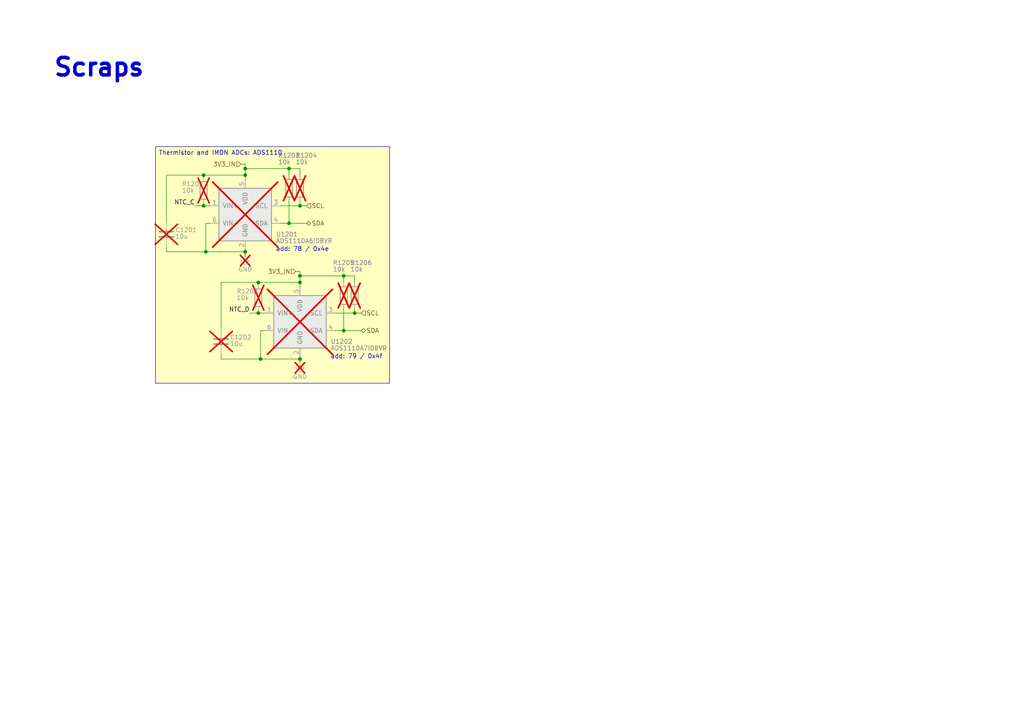
<source format=kicad_sch>
(kicad_sch (version 20231120) (generator "eeschema") (generator_version "8.0")
  (paper "A4")
  (title_block (title "bac EPS v1") (date "2024-08-07") (rev "0") (company "Build a CubeSat") (comment 1 "Manuel Imboden") (comment 2 "CC0") (comment 3 "https://buildacubesat.space"))
  (lib_symbols
    (symbol "Analog_ADC:ADS1110" (pin_names (offset 1.016))
      (property "Reference" "U" (at -7.62 8.89 0))
      (property "Value" "ADS1110" (at 1.27 8.89 0))
      (symbol "ADS1110_0_1"
        (rectangle (start -7.62 7.62) (end 7.62 -7.62) (stroke (width 0.254)) (fill (type background)))
      )
      (symbol "ADS1110_1_1"
        (pin input line (at -10.16 2.54 0) (length 2.54) (name "VIN+") (number "1"))
        (pin power_in line (at 0 -10.16 90) (length 2.54) (name "GND") (number "2"))
        (pin input line (at 10.16 2.54 180) (length 2.54) (name "SCL") (number "3"))
        (pin bidirectional line (at 10.16 -2.54 180) (length 2.54) (name "SDA") (number "4"))
        (pin power_in line (at 0 10.16 270) (length 2.54) (name "VDD") (number "5"))
        (pin input line (at -10.16 -2.54 0) (length 2.54) (name "VIN-") (number "6"))
      )
    )
    (symbol "Device:C" (pin_numbers hide) (pin_names (offset 0.254))
      (property "Reference" "C" (at 0.635 2.54 0))
      (property "Value" "C" (at 0.635 -2.54 0))
      (symbol "C_0_1"
        (polyline (pts (xy -2.032 -0.762) (xy 2.032 -0.762)) (stroke (width 0.508)))
        (polyline (pts (xy -2.032 0.762) (xy 2.032 0.762)) (stroke (width 0.508)))
      )
      (symbol "C_1_1"
        (pin passive line (at 0 3.81 270) (length 2.794) (name "~") (number "1"))
        (pin passive line (at 0 -3.81 90) (length 2.794) (name "~") (number "2"))
      )
    )
    (symbol "Device:R" (pin_numbers hide) (pin_names (offset 0))
      (property "Reference" "R" (at 2.032 0 90))
      (property "Value" "R" (at 0 0 90))
      (symbol "R_0_1"
        (rectangle (start -1.016 -2.54) (end 1.016 2.54) (stroke (width 0.254)))
      )
      (symbol "R_1_1"
        (pin passive line (at 0 3.81 270) (length 1.27) (name "~") (number "1"))
        (pin passive line (at 0 -3.81 90) (length 1.27) (name "~") (number "2"))
      )
    )
    (symbol "power:GND" (power) (pin_numbers hide) (pin_names (offset 0) hide)
      (property "Value" "GND" (at 0 -3.81 0))
      (symbol "GND_0_1"
        (polyline (pts (xy 0 0) (xy 0 -1.27) (xy 1.27 -1.27) (xy 0 -2.54) (xy -1.27 -1.27) (xy 0 -1.27)))
      )
      (symbol "GND_1_1"
        (pin power_in line (at 0 0 270) (length 0) (name "~") (number "1"))
      )
    )
  )
  (junction (at 71.12 48.895))
  (junction (at 86.995 81.915))
  (junction (at 74.93 90.805))
  (junction (at 59.055 50.8))
  (junction (at 86.995 104.14))
  (junction (at 86.995 80.01))
  (junction (at 83.82 64.77))
  (junction (at 59.69 73.025))
  (junction (at 99.695 95.885))
  (junction (at 59.055 59.69))
  (junction (at 75.565 104.14))
  (junction (at 99.695 80.01))
  (junction (at 71.12 50.8))
  (junction (at 102.87 90.805))
  (junction (at 71.12 73.025))
  (junction (at 86.995 59.69))
  (junction (at 83.82 48.895))
  (junction (at 74.93 81.915))
  (wire (pts (xy 59.055 59.69) (xy 60.96 59.69)))
  (wire (pts (xy 104.775 90.805) (xy 102.87 90.805)))
  (wire (pts (xy 83.82 64.77) (xy 81.28 64.77)))
  (wire (pts (xy 71.12 73.025) (xy 71.12 72.39)))
  (wire (pts (xy 83.82 48.895) (xy 83.82 50.8)))
  (wire (pts (xy 59.69 64.77) (xy 60.96 64.77)))
  (wire (pts (xy 86.995 59.69) (xy 81.28 59.69)))
  (wire (pts (xy 86.995 78.74) (xy 86.995 80.01)))
  (wire (pts (xy 85.725 78.74) (xy 86.995 78.74)))
  (wire (pts (xy 86.995 81.915) (xy 74.93 81.915)))
  (wire (pts (xy 86.995 58.42) (xy 86.995 59.69)))
  (wire (pts (xy 48.26 64.135) (xy 48.26 50.8)))
  (wire (pts (xy 99.695 80.01) (xy 99.695 81.915)))
  (wire (pts (xy 59.69 64.77) (xy 59.69 73.025)))
  (wire (pts (xy 74.93 81.915) (xy 64.135 81.915)))
  (wire (pts (xy 86.995 80.01) (xy 99.695 80.01)))
  (wire (pts (xy 59.69 73.025) (xy 71.12 73.025)))
  (wire (pts (xy 88.9 64.77) (xy 83.82 64.77)))
  (wire (pts (xy 71.12 50.8) (xy 59.055 50.8)))
  (wire (pts (xy 86.995 81.915) (xy 86.995 83.185)))
  (wire (pts (xy 75.565 95.885) (xy 75.565 104.14)))
  (wire (pts (xy 59.055 50.8) (xy 48.26 50.8)))
  (wire (pts (xy 75.565 104.14) (xy 86.995 104.14)))
  (wire (pts (xy 64.135 95.25) (xy 64.135 81.915)))
  (wire (pts (xy 71.12 47.625) (xy 71.12 48.895)))
  (wire (pts (xy 83.82 48.895) (xy 86.995 48.895)))
  (wire (pts (xy 102.87 89.535) (xy 102.87 90.805)))
  (wire (pts (xy 86.995 48.895) (xy 86.995 50.8)))
  (wire (pts (xy 74.93 90.17) (xy 74.93 90.805)))
  (wire (pts (xy 86.995 104.14) (xy 86.995 103.505)))
  (wire (pts (xy 102.87 80.01) (xy 102.87 81.915)))
  (wire (pts (xy 99.695 80.01) (xy 102.87 80.01)))
  (wire (pts (xy 71.12 74.295) (xy 71.12 73.025)))
  (wire (pts (xy 74.93 90.805) (xy 76.835 90.805)))
  (wire (pts (xy 86.995 80.01) (xy 86.995 81.915)))
  (wire (pts (xy 69.85 47.625) (xy 71.12 47.625)))
  (wire (pts (xy 75.565 95.885) (xy 76.835 95.885)))
  (wire (pts (xy 64.135 104.14) (xy 75.565 104.14)))
  (wire (pts (xy 48.26 73.025) (xy 59.69 73.025)))
  (wire (pts (xy 59.055 59.055) (xy 59.055 59.69)))
  (wire (pts (xy 64.135 102.87) (xy 64.135 104.14)))
  (wire (pts (xy 59.055 50.8) (xy 59.055 51.435)))
  (wire (pts (xy 72.39 90.805) (xy 74.93 90.805)))
  (wire (pts (xy 99.695 95.885) (xy 97.155 95.885)))
  (wire (pts (xy 71.12 50.8) (xy 71.12 52.07)))
  (wire (pts (xy 48.26 71.755) (xy 48.26 73.025)))
  (wire (pts (xy 88.9 59.69) (xy 86.995 59.69)))
  (wire (pts (xy 56.515 59.69) (xy 59.055 59.69)))
  (wire (pts (xy 71.12 48.895) (xy 71.12 50.8)))
  (wire (pts (xy 104.775 95.885) (xy 99.695 95.885)))
  (wire (pts (xy 86.995 105.41) (xy 86.995 104.14)))
  (wire (pts (xy 71.12 48.895) (xy 83.82 48.895)))
  (wire (pts (xy 99.695 89.535) (xy 99.695 95.885)))
  (wire (pts (xy 102.87 90.805) (xy 97.155 90.805)))
  (wire (pts (xy 83.82 58.42) (xy 83.82 64.77)))
  (wire (pts (xy 74.93 81.915) (xy 74.93 82.55)))
  (text_box "Thermistor and IMON ADCs: ADS1110" (at 45.085 42.545 0) (size 67.945 68.58) (fill (type color) (color 255 255 194 1)) (effects (font (size 1.27 1.27)) (justify left top)))
  (text "Scraps" (at 15.24 19.685 0) (effects (font (size 5.08 5.08) (thickness 1.016) (bold yes)) (justify left)))
  (text "add: 79 / 0x4f" (at 95.885 103.505 0) (effects (font (size 1.27 1.27)) (justify left)))
  (text "add: 78 / 0x4e" (at 80.01 72.39 0) (effects (font (size 1.27 1.27)) (justify left)))
  (label "NTC_C" (at 56.515 59.69 180))
  (label "NTC_D" (at 72.39 90.805 180))
  (hierarchical_label "SCL" (shape input) (at 88.9 59.69 0))
  (hierarchical_label "SDA" (shape bidirectional) (at 104.775 95.885 0))
  (hierarchical_label "SCL" (shape input) (at 104.775 90.805 0))
  (hierarchical_label "SDA" (shape bidirectional) (at 88.9 64.77 0))
  (hierarchical_label "3V3_IN" (shape input) (at 85.725 78.74 180))
  (hierarchical_label "3V3_IN" (shape input) (at 69.85 47.625 180))
  (symbol (lib_id "Device:R") (at 99.695 85.725 0) (unit 1) (exclude_from_sim yes) (in_bom no) (on_board no) (dnp yes)
    (property "Reference" "R1205" (at 96.52 76.2 0) (effects (justify left)))
    (property "Value" "10k" (at 96.52 78.105 0) (effects (justify left)))
    (property "Description" "Resistor" (effects (hide yes)))
  )
  (symbol (lib_id "Device:C") (at 64.135 99.06 0) (unit 1) (exclude_from_sim yes) (in_bom no) (on_board no) (dnp yes)
    (property "Reference" "C1202" (at 66.675 97.79 0) (effects (justify left)))
    (property "Value" "10u" (at 66.675 99.695 0) (effects (justify left)))
    (property "Description" "Unpolarized capacitor" (effects (hide yes)))
  )
  (symbol (lib_id "power:GND") (at 86.995 105.41 0) (unit 1) (exclude_from_sim yes) (in_bom no) (on_board no) (dnp yes)
    (property "Reference" "#PWR01202" (effects (hide yes)))
    (property "Value" "GND" (at 86.995 109.22 0))
    (property "Description" "Power symbol creates a global label with name \"GND\" , ground" (effects (hide yes)))
  )
  (symbol (lib_id "Device:R") (at 83.82 54.61 0) (unit 1) (exclude_from_sim yes) (in_bom no) (on_board no) (dnp yes)
    (property "Reference" "R1203" (at 80.645 45.085 0) (effects (justify left)))
    (property "Value" "10k" (at 80.645 46.99 0) (effects (justify left)))
    (property "Description" "Resistor" (effects (hide yes)))
  )
  (symbol (lib_id "Analog_ADC:ADS1110") (at 71.12 62.23 0) (unit 1) (exclude_from_sim yes) (in_bom no) (on_board no) (dnp yes)
    (property "Reference" "U1201" (at 80.01 67.945 0) (effects (justify left)))
    (property "Value" "ADS1110A6IDBVR" (at 80.01 69.85 0) (effects (justify left)))
    (property "Footprint" "Package_TO_SOT_SMD:SOT-23-6" (effects (hide yes)))
    (property "Datasheet" "http://www.ti.com/lit/ds/symlink/ads1110.pdf" (effects (hide yes)))
    (property "Description" "16 Bit Analog to Digital converter with on board reference" (effects (hide yes)))
  )
  (symbol (lib_id "power:GND") (at 71.12 74.295 0) (unit 1) (exclude_from_sim yes) (in_bom no) (on_board no) (dnp yes)
    (property "Reference" "#PWR01201" (effects (hide yes)))
    (property "Value" "GND" (at 71.12 78.105 0))
    (property "Description" "Power symbol creates a global label with name \"GND\" , ground" (effects (hide yes)))
  )
  (symbol (lib_id "Device:R") (at 102.87 85.725 0) (unit 1) (exclude_from_sim yes) (in_bom no) (on_board no) (dnp yes)
    (property "Reference" "R1206" (at 101.6 76.2 0) (effects (justify left)))
    (property "Value" "10k" (at 101.6 78.105 0) (effects (justify left)))
    (property "Description" "Resistor" (effects (hide yes)))
  )
  (symbol (lib_id "Analog_ADC:ADS1110") (at 86.995 93.345 0) (unit 1) (exclude_from_sim yes) (in_bom no) (on_board no) (dnp yes)
    (property "Reference" "U1202" (at 95.885 99.06 0) (effects (justify left)))
    (property "Value" "ADS1110A7IDBVR" (at 95.885 100.965 0) (effects (justify left)))
    (property "Footprint" "Package_TO_SOT_SMD:SOT-23-6" (effects (hide yes)))
    (property "Datasheet" "http://www.ti.com/lit/ds/symlink/ads1110.pdf" (effects (hide yes)))
    (property "Description" "16 Bit Analog to Digital converter with on board reference" (effects (hide yes)))
  )
  (symbol (lib_id "Device:R") (at 59.055 55.245 0) (unit 1) (exclude_from_sim yes) (in_bom no) (on_board no) (dnp yes)
    (property "Reference" "R1201" (at 52.705 53.34 0) (effects (justify left)))
    (property "Value" "10k" (at 52.705 55.245 0) (effects (justify left)))
    (property "Description" "Resistor" (effects (hide yes)))
  )
  (symbol (lib_id "Device:C") (at 48.26 67.945 0) (unit 1) (exclude_from_sim yes) (in_bom no) (on_board no) (dnp yes)
    (property "Reference" "C1201" (at 50.8 66.675 0) (effects (justify left)))
    (property "Value" "10u" (at 50.8 68.58 0) (effects (justify left)))
    (property "Description" "Unpolarized capacitor" (effects (hide yes)))
  )
  (symbol (lib_id "Device:R") (at 86.995 54.61 0) (unit 1) (exclude_from_sim yes) (in_bom no) (on_board no) (dnp yes)
    (property "Reference" "R1204" (at 85.725 45.085 0) (effects (justify left)))
    (property "Value" "10k" (at 85.725 46.99 0) (effects (justify left)))
    (property "Description" "Resistor" (effects (hide yes)))
  )
  (symbol (lib_id "Device:R") (at 74.93 86.36 0) (unit 1) (exclude_from_sim yes) (in_bom no) (on_board no) (dnp yes)
    (property "Reference" "R1202" (at 68.58 84.455 0) (effects (justify left)))
    (property "Value" "10k" (at 68.58 86.36 0) (effects (justify left)))
    (property "Description" "Resistor" (effects (hide yes)))
  )
)
</source>
